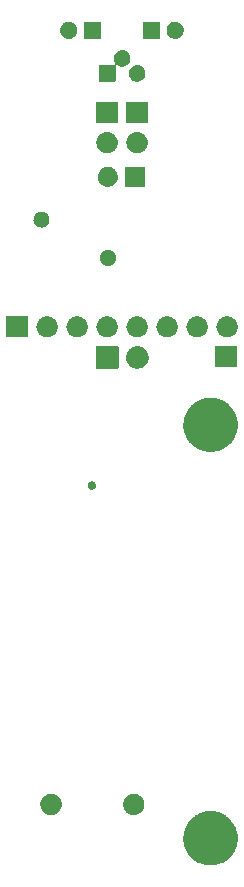
<source format=gbr>
G04 #@! TF.GenerationSoftware,KiCad,Pcbnew,5.99.0-unknown-c3175b4~86~ubuntu16.04.1*
G04 #@! TF.CreationDate,2019-12-09T10:27:28-08:00*
G04 #@! TF.ProjectId,wogglebug,776f6767-6c65-4627-9567-2e6b69636164,rev?*
G04 #@! TF.SameCoordinates,Original*
G04 #@! TF.FileFunction,Soldermask,Top*
G04 #@! TF.FilePolarity,Negative*
%FSLAX46Y46*%
G04 Gerber Fmt 4.6, Leading zero omitted, Abs format (unit mm)*
G04 Created by KiCad (PCBNEW 5.99.0-unknown-c3175b4~86~ubuntu16.04.1) date 2019-12-09 10:27:28*
%MOMM*%
%LPD*%
G04 APERTURE LIST*
%ADD10C,0.100000*%
G04 APERTURE END LIST*
D10*
G36*
X157551711Y-167199045D02*
G01*
X157652823Y-167199133D01*
X157700034Y-167205390D01*
X157745022Y-167207315D01*
X157847772Y-167224971D01*
X157951839Y-167238764D01*
X157993979Y-167250095D01*
X158034350Y-167257032D01*
X158138002Y-167288820D01*
X158243124Y-167317086D01*
X158279727Y-167332285D01*
X158315024Y-167343110D01*
X158417660Y-167389560D01*
X158521694Y-167432759D01*
X158552533Y-167450599D01*
X158582476Y-167464151D01*
X158681998Y-167525497D01*
X158782783Y-167583802D01*
X158807856Y-167603076D01*
X158832387Y-167618197D01*
X158926685Y-167694422D01*
X159021922Y-167767632D01*
X159041433Y-167787177D01*
X159060702Y-167802753D01*
X159147649Y-167893579D01*
X159235021Y-167981104D01*
X159249372Y-167999840D01*
X159263709Y-168014817D01*
X159341159Y-168119676D01*
X159418434Y-168220564D01*
X159428215Y-168237539D01*
X159438127Y-168250959D01*
X159504011Y-168369087D01*
X159569021Y-168481915D01*
X159574973Y-168496319D01*
X159581130Y-168507359D01*
X159633536Y-168638052D01*
X159684207Y-168760687D01*
X159687192Y-168771864D01*
X159690388Y-168779836D01*
X159727525Y-168922916D01*
X159762021Y-169052108D01*
X159763000Y-169059595D01*
X159764141Y-169063991D01*
X159784429Y-169223467D01*
X159801131Y-169351193D01*
X159800867Y-169652823D01*
X159793626Y-169707455D01*
X159792897Y-169742262D01*
X159775284Y-169845847D01*
X159761236Y-169951839D01*
X159750425Y-169992044D01*
X159743898Y-170030433D01*
X159711677Y-170136153D01*
X159682914Y-170243124D01*
X159668480Y-170277884D01*
X159658308Y-170311260D01*
X159611164Y-170415916D01*
X159567241Y-170521694D01*
X159550406Y-170550795D01*
X159537736Y-170578921D01*
X159475427Y-170680401D01*
X159416198Y-170782783D01*
X159398145Y-170806268D01*
X159384124Y-170829103D01*
X159306678Y-170925255D01*
X159232368Y-171021922D01*
X159214241Y-171040017D01*
X159199971Y-171057734D01*
X159107659Y-171146413D01*
X159018896Y-171235021D01*
X159001751Y-171248153D01*
X158988255Y-171261118D01*
X158881597Y-171340184D01*
X158779436Y-171418434D01*
X158764193Y-171427217D01*
X158752419Y-171435945D01*
X158632107Y-171503323D01*
X158518085Y-171569021D01*
X158505537Y-171574206D01*
X158496278Y-171579391D01*
X158362698Y-171633226D01*
X158239313Y-171684207D01*
X158230079Y-171686673D01*
X158223984Y-171689129D01*
X158076069Y-171727796D01*
X157947892Y-171762021D01*
X157942394Y-171762740D01*
X157939957Y-171763377D01*
X157760636Y-171786508D01*
X157648807Y-171801131D01*
X157536053Y-171801032D01*
X157355224Y-171801190D01*
X157352723Y-171800872D01*
X157347177Y-171800867D01*
X157215561Y-171783423D01*
X157063991Y-171764141D01*
X157057638Y-171762492D01*
X157048161Y-171761236D01*
X156919180Y-171726555D01*
X156779836Y-171690388D01*
X156769992Y-171686441D01*
X156756876Y-171682914D01*
X156635363Y-171632457D01*
X156507359Y-171581130D01*
X156494551Y-171573987D01*
X156478306Y-171567241D01*
X156366895Y-171502788D01*
X156250959Y-171438127D01*
X156235913Y-171427014D01*
X156217217Y-171416198D01*
X156117774Y-171339755D01*
X156014817Y-171263709D01*
X155998382Y-171247976D01*
X155978078Y-171232368D01*
X155891956Y-171146095D01*
X155802753Y-171060702D01*
X155785902Y-171039856D01*
X155764979Y-171018896D01*
X155693063Y-170925004D01*
X155618197Y-170832387D01*
X155602012Y-170806130D01*
X155581566Y-170779436D01*
X155524375Y-170680178D01*
X155464151Y-170582476D01*
X155449766Y-170550690D01*
X155430979Y-170518085D01*
X155388690Y-170415737D01*
X155343110Y-170315024D01*
X155331690Y-170277786D01*
X155315793Y-170239313D01*
X155288210Y-170136011D01*
X155257032Y-170034350D01*
X155249752Y-169991981D01*
X155237979Y-169947892D01*
X155224618Y-169845717D01*
X155207315Y-169745022D01*
X155205304Y-169698017D01*
X155198869Y-169648807D01*
X155198956Y-169549638D01*
X155194766Y-169451707D01*
X155199086Y-169400791D01*
X155199133Y-169347177D01*
X155211645Y-169252774D01*
X155219585Y-169159194D01*
X155231195Y-169105269D01*
X155238764Y-169048161D01*
X155262481Y-168959957D01*
X155281376Y-168872194D01*
X155301088Y-168816374D01*
X155317086Y-168756876D01*
X155350600Y-168676166D01*
X155379132Y-168595369D01*
X155407614Y-168538862D01*
X155432759Y-168478306D01*
X155474532Y-168406099D01*
X155511265Y-168333221D01*
X155548971Y-168277425D01*
X155583802Y-168217217D01*
X155632244Y-168154200D01*
X155675647Y-168089974D01*
X155722822Y-168036370D01*
X155767632Y-167978078D01*
X155821067Y-167924737D01*
X155869595Y-167869595D01*
X155926269Y-167819718D01*
X155981104Y-167764979D01*
X156037892Y-167721482D01*
X156089974Y-167675647D01*
X156155896Y-167631098D01*
X156220564Y-167581566D01*
X156279107Y-167547834D01*
X156333221Y-167511265D01*
X156407923Y-167473612D01*
X156481915Y-167430979D01*
X156540675Y-167406700D01*
X156595369Y-167379132D01*
X156678104Y-167349916D01*
X156760687Y-167315793D01*
X156818280Y-167300415D01*
X156872194Y-167281376D01*
X156961970Y-167262047D01*
X157052108Y-167237979D01*
X157107252Y-167230768D01*
X157159194Y-167219585D01*
X157254818Y-167211472D01*
X157351193Y-167198869D01*
X157402817Y-167198914D01*
X157451707Y-167194766D01*
X157551711Y-167199045D01*
X157551711Y-167199045D01*
G37*
G36*
X144049902Y-165744283D02*
G01*
X144094637Y-165744595D01*
X144138460Y-165753590D01*
X144188360Y-165758835D01*
X144230132Y-165772408D01*
X144267723Y-165780124D01*
X144314851Y-165799935D01*
X144368488Y-165817363D01*
X144401099Y-165836191D01*
X144430614Y-165848598D01*
X144478301Y-165880763D01*
X144532511Y-165912061D01*
X144555826Y-165933054D01*
X144577101Y-165947404D01*
X144622183Y-165992802D01*
X144673261Y-166038793D01*
X144688003Y-166059083D01*
X144701608Y-166072784D01*
X144740643Y-166131537D01*
X144784586Y-166192019D01*
X144792221Y-166209168D01*
X144799388Y-166219955D01*
X144828865Y-166291472D01*
X144861621Y-166365042D01*
X144864211Y-166377225D01*
X144866724Y-166383323D01*
X144883292Y-166466997D01*
X144900999Y-166550301D01*
X144900999Y-166739699D01*
X144898115Y-166753269D01*
X144898030Y-166759331D01*
X144879342Y-166841585D01*
X144861621Y-166924958D01*
X144859129Y-166930555D01*
X144859078Y-166930780D01*
X144787210Y-167092197D01*
X144787078Y-167092385D01*
X144784586Y-167097981D01*
X144734480Y-167166946D01*
X144685357Y-167236582D01*
X144680585Y-167241126D01*
X144673261Y-167251207D01*
X144613396Y-167305110D01*
X144557396Y-167358438D01*
X144546464Y-167365376D01*
X144532511Y-167377939D01*
X144467764Y-167415321D01*
X144408211Y-167453114D01*
X144390209Y-167460097D01*
X144368488Y-167472637D01*
X144303115Y-167493878D01*
X144243468Y-167517014D01*
X144218200Y-167521469D01*
X144188360Y-167531165D01*
X144126095Y-167537709D01*
X144069460Y-167547695D01*
X144037459Y-167547025D01*
X144000000Y-167550962D01*
X143943902Y-167545066D01*
X143892799Y-167543996D01*
X143855323Y-167535756D01*
X143811640Y-167531165D01*
X143763917Y-167515659D01*
X143720225Y-167506052D01*
X143679230Y-167488142D01*
X143631512Y-167472637D01*
X143593473Y-167450675D01*
X143558310Y-167435313D01*
X143516337Y-167406141D01*
X143467489Y-167377939D01*
X143439504Y-167352741D01*
X143413215Y-167334470D01*
X143373257Y-167293092D01*
X143326739Y-167251207D01*
X143308296Y-167225823D01*
X143290473Y-167207366D01*
X143255821Y-167153597D01*
X143215414Y-167097981D01*
X143205212Y-167075066D01*
X143194754Y-167058839D01*
X143168789Y-166993261D01*
X143138379Y-166924958D01*
X143134476Y-166906596D01*
X143129707Y-166894551D01*
X143115740Y-166818448D01*
X143099001Y-166739699D01*
X143099001Y-166727246D01*
X143097811Y-166720762D01*
X143099001Y-166635535D01*
X143099001Y-166550301D01*
X143100275Y-166544308D01*
X143100278Y-166544077D01*
X143137015Y-166371246D01*
X143137105Y-166371036D01*
X143138379Y-166365042D01*
X143173042Y-166287188D01*
X143206622Y-166208839D01*
X143210348Y-166203397D01*
X143215414Y-166192019D01*
X143262746Y-166126872D01*
X143306452Y-166063041D01*
X143315706Y-166053979D01*
X143326739Y-166038793D01*
X143382297Y-165988769D01*
X143432693Y-165939417D01*
X143448848Y-165928846D01*
X143467489Y-165912061D01*
X143527026Y-165877687D01*
X143580551Y-165842662D01*
X143604340Y-165833050D01*
X143631512Y-165817363D01*
X143691045Y-165798019D01*
X143744376Y-165776472D01*
X143775820Y-165770474D01*
X143811640Y-165758835D01*
X143867744Y-165752938D01*
X143917945Y-165743362D01*
X143956312Y-165743630D01*
X144000000Y-165739038D01*
X144049902Y-165744283D01*
X144049902Y-165744283D01*
G37*
G36*
X151049902Y-165744283D02*
G01*
X151094637Y-165744595D01*
X151138460Y-165753590D01*
X151188360Y-165758835D01*
X151230132Y-165772408D01*
X151267723Y-165780124D01*
X151314851Y-165799935D01*
X151368488Y-165817363D01*
X151401099Y-165836191D01*
X151430614Y-165848598D01*
X151478301Y-165880763D01*
X151532511Y-165912061D01*
X151555826Y-165933054D01*
X151577101Y-165947404D01*
X151622183Y-165992802D01*
X151673261Y-166038793D01*
X151688003Y-166059083D01*
X151701608Y-166072784D01*
X151740643Y-166131537D01*
X151784586Y-166192019D01*
X151792221Y-166209168D01*
X151799388Y-166219955D01*
X151828865Y-166291472D01*
X151861621Y-166365042D01*
X151864211Y-166377225D01*
X151866724Y-166383323D01*
X151883292Y-166466997D01*
X151900999Y-166550301D01*
X151900999Y-166739699D01*
X151898115Y-166753269D01*
X151898030Y-166759331D01*
X151879342Y-166841585D01*
X151861621Y-166924958D01*
X151859129Y-166930555D01*
X151859078Y-166930780D01*
X151787210Y-167092197D01*
X151787078Y-167092385D01*
X151784586Y-167097981D01*
X151734480Y-167166946D01*
X151685357Y-167236582D01*
X151680585Y-167241126D01*
X151673261Y-167251207D01*
X151613396Y-167305110D01*
X151557396Y-167358438D01*
X151546464Y-167365376D01*
X151532511Y-167377939D01*
X151467764Y-167415321D01*
X151408211Y-167453114D01*
X151390209Y-167460097D01*
X151368488Y-167472637D01*
X151303115Y-167493878D01*
X151243468Y-167517014D01*
X151218200Y-167521469D01*
X151188360Y-167531165D01*
X151126095Y-167537709D01*
X151069460Y-167547695D01*
X151037459Y-167547025D01*
X151000000Y-167550962D01*
X150943902Y-167545066D01*
X150892799Y-167543996D01*
X150855323Y-167535756D01*
X150811640Y-167531165D01*
X150763917Y-167515659D01*
X150720225Y-167506052D01*
X150679230Y-167488142D01*
X150631512Y-167472637D01*
X150593473Y-167450675D01*
X150558310Y-167435313D01*
X150516337Y-167406141D01*
X150467489Y-167377939D01*
X150439504Y-167352741D01*
X150413215Y-167334470D01*
X150373257Y-167293092D01*
X150326739Y-167251207D01*
X150308296Y-167225823D01*
X150290473Y-167207366D01*
X150255821Y-167153597D01*
X150215414Y-167097981D01*
X150205212Y-167075066D01*
X150194754Y-167058839D01*
X150168789Y-166993261D01*
X150138379Y-166924958D01*
X150134476Y-166906596D01*
X150129707Y-166894551D01*
X150115740Y-166818448D01*
X150099001Y-166739699D01*
X150099001Y-166727246D01*
X150097811Y-166720762D01*
X150099001Y-166635535D01*
X150099001Y-166550301D01*
X150100275Y-166544308D01*
X150100278Y-166544077D01*
X150137015Y-166371246D01*
X150137105Y-166371036D01*
X150138379Y-166365042D01*
X150173042Y-166287188D01*
X150206622Y-166208839D01*
X150210348Y-166203397D01*
X150215414Y-166192019D01*
X150262746Y-166126872D01*
X150306452Y-166063041D01*
X150315706Y-166053979D01*
X150326739Y-166038793D01*
X150382297Y-165988769D01*
X150432693Y-165939417D01*
X150448848Y-165928846D01*
X150467489Y-165912061D01*
X150527026Y-165877687D01*
X150580551Y-165842662D01*
X150604340Y-165833050D01*
X150631512Y-165817363D01*
X150691045Y-165798019D01*
X150744376Y-165776472D01*
X150775820Y-165770474D01*
X150811640Y-165758835D01*
X150867744Y-165752938D01*
X150917945Y-165743362D01*
X150956312Y-165743630D01*
X151000000Y-165739038D01*
X151049902Y-165744283D01*
X151049902Y-165744283D01*
G37*
G36*
X147462695Y-139296927D02*
G01*
X147481015Y-139295501D01*
X147519958Y-139305536D01*
X147551903Y-139310339D01*
X147568595Y-139318069D01*
X147594171Y-139324660D01*
X147621114Y-139342392D01*
X147643141Y-139352593D01*
X147663050Y-139369991D01*
X147691781Y-139388900D01*
X147706625Y-139408071D01*
X147718846Y-139418751D01*
X147737393Y-139447807D01*
X147763321Y-139481294D01*
X147768558Y-139496633D01*
X147772946Y-139503508D01*
X147784863Y-139544394D01*
X147801075Y-139591880D01*
X147800007Y-139714238D01*
X147782481Y-139762785D01*
X147769001Y-139804896D01*
X147765302Y-139810369D01*
X147760328Y-139824148D01*
X147732880Y-139858348D01*
X147712703Y-139888206D01*
X147701397Y-139897576D01*
X147687188Y-139915280D01*
X147656838Y-139934504D01*
X147635289Y-139952362D01*
X147614420Y-139961371D01*
X147588471Y-139977807D01*
X147561288Y-139984308D01*
X147542976Y-139992213D01*
X147512444Y-139995989D01*
X147474823Y-140004986D01*
X147454992Y-140003094D01*
X147443194Y-140004553D01*
X147404880Y-139998313D01*
X147358499Y-139993888D01*
X147347699Y-139989000D01*
X147343952Y-139988390D01*
X147301324Y-139968012D01*
X147252041Y-139945708D01*
X147212990Y-139908973D01*
X147178346Y-139877943D01*
X147176015Y-139874191D01*
X147166928Y-139865643D01*
X147145449Y-139824989D01*
X147125289Y-139792539D01*
X147121935Y-139780485D01*
X147112340Y-139762325D01*
X147106418Y-139724722D01*
X147098334Y-139695671D01*
X147098603Y-139675103D01*
X147094161Y-139646895D01*
X147099361Y-139617250D01*
X147099651Y-139595138D01*
X147108037Y-139567795D01*
X147114351Y-139531799D01*
X147125010Y-139512451D01*
X147129132Y-139499010D01*
X147149280Y-139468395D01*
X147170735Y-139429450D01*
X147181117Y-139420020D01*
X147184404Y-139415025D01*
X147218580Y-139385991D01*
X147257232Y-139350882D01*
X147307950Y-139328987D01*
X147352852Y-139308948D01*
X147355066Y-139308647D01*
X147364514Y-139304568D01*
X147412446Y-139300838D01*
X147452474Y-139295390D01*
X147462695Y-139296927D01*
X147462695Y-139296927D01*
G37*
G36*
X157551711Y-132199045D02*
G01*
X157652823Y-132199133D01*
X157700034Y-132205390D01*
X157745022Y-132207315D01*
X157847772Y-132224971D01*
X157951839Y-132238764D01*
X157993979Y-132250095D01*
X158034350Y-132257032D01*
X158138002Y-132288820D01*
X158243124Y-132317086D01*
X158279727Y-132332285D01*
X158315024Y-132343110D01*
X158417660Y-132389560D01*
X158521694Y-132432759D01*
X158552533Y-132450599D01*
X158582476Y-132464151D01*
X158681998Y-132525497D01*
X158782783Y-132583802D01*
X158807856Y-132603076D01*
X158832387Y-132618197D01*
X158926685Y-132694422D01*
X159021922Y-132767632D01*
X159041433Y-132787177D01*
X159060702Y-132802753D01*
X159147649Y-132893579D01*
X159235021Y-132981104D01*
X159249372Y-132999840D01*
X159263709Y-133014817D01*
X159341159Y-133119676D01*
X159418434Y-133220564D01*
X159428215Y-133237539D01*
X159438127Y-133250959D01*
X159504011Y-133369087D01*
X159569021Y-133481915D01*
X159574973Y-133496319D01*
X159581130Y-133507359D01*
X159633536Y-133638052D01*
X159684207Y-133760687D01*
X159687192Y-133771864D01*
X159690388Y-133779836D01*
X159727525Y-133922916D01*
X159762021Y-134052108D01*
X159763000Y-134059595D01*
X159764141Y-134063991D01*
X159784429Y-134223467D01*
X159801131Y-134351193D01*
X159800867Y-134652823D01*
X159793626Y-134707455D01*
X159792897Y-134742262D01*
X159775284Y-134845847D01*
X159761236Y-134951839D01*
X159750425Y-134992044D01*
X159743898Y-135030433D01*
X159711677Y-135136153D01*
X159682914Y-135243124D01*
X159668480Y-135277884D01*
X159658308Y-135311260D01*
X159611164Y-135415916D01*
X159567241Y-135521694D01*
X159550406Y-135550795D01*
X159537736Y-135578921D01*
X159475427Y-135680401D01*
X159416198Y-135782783D01*
X159398145Y-135806268D01*
X159384124Y-135829103D01*
X159306678Y-135925255D01*
X159232368Y-136021922D01*
X159214241Y-136040017D01*
X159199971Y-136057734D01*
X159107659Y-136146413D01*
X159018896Y-136235021D01*
X159001751Y-136248153D01*
X158988255Y-136261118D01*
X158881597Y-136340184D01*
X158779436Y-136418434D01*
X158764193Y-136427217D01*
X158752419Y-136435945D01*
X158632107Y-136503323D01*
X158518085Y-136569021D01*
X158505537Y-136574206D01*
X158496278Y-136579391D01*
X158362698Y-136633226D01*
X158239313Y-136684207D01*
X158230079Y-136686673D01*
X158223984Y-136689129D01*
X158076069Y-136727796D01*
X157947892Y-136762021D01*
X157942394Y-136762740D01*
X157939957Y-136763377D01*
X157760636Y-136786508D01*
X157648807Y-136801131D01*
X157536053Y-136801032D01*
X157355224Y-136801190D01*
X157352723Y-136800872D01*
X157347177Y-136800867D01*
X157215561Y-136783423D01*
X157063991Y-136764141D01*
X157057638Y-136762492D01*
X157048161Y-136761236D01*
X156919180Y-136726555D01*
X156779836Y-136690388D01*
X156769992Y-136686441D01*
X156756876Y-136682914D01*
X156635363Y-136632457D01*
X156507359Y-136581130D01*
X156494551Y-136573987D01*
X156478306Y-136567241D01*
X156366895Y-136502788D01*
X156250959Y-136438127D01*
X156235913Y-136427014D01*
X156217217Y-136416198D01*
X156117774Y-136339755D01*
X156014817Y-136263709D01*
X155998382Y-136247976D01*
X155978078Y-136232368D01*
X155891956Y-136146095D01*
X155802753Y-136060702D01*
X155785902Y-136039856D01*
X155764979Y-136018896D01*
X155693063Y-135925004D01*
X155618197Y-135832387D01*
X155602012Y-135806130D01*
X155581566Y-135779436D01*
X155524375Y-135680178D01*
X155464151Y-135582476D01*
X155449766Y-135550690D01*
X155430979Y-135518085D01*
X155388690Y-135415737D01*
X155343110Y-135315024D01*
X155331690Y-135277786D01*
X155315793Y-135239313D01*
X155288210Y-135136011D01*
X155257032Y-135034350D01*
X155249752Y-134991981D01*
X155237979Y-134947892D01*
X155224618Y-134845717D01*
X155207315Y-134745022D01*
X155205304Y-134698017D01*
X155198869Y-134648807D01*
X155198956Y-134549638D01*
X155194766Y-134451707D01*
X155199086Y-134400791D01*
X155199133Y-134347177D01*
X155211645Y-134252774D01*
X155219585Y-134159194D01*
X155231195Y-134105269D01*
X155238764Y-134048161D01*
X155262481Y-133959957D01*
X155281376Y-133872194D01*
X155301088Y-133816374D01*
X155317086Y-133756876D01*
X155350600Y-133676166D01*
X155379132Y-133595369D01*
X155407614Y-133538862D01*
X155432759Y-133478306D01*
X155474532Y-133406099D01*
X155511265Y-133333221D01*
X155548971Y-133277425D01*
X155583802Y-133217217D01*
X155632244Y-133154200D01*
X155675647Y-133089974D01*
X155722822Y-133036370D01*
X155767632Y-132978078D01*
X155821067Y-132924737D01*
X155869595Y-132869595D01*
X155926269Y-132819718D01*
X155981104Y-132764979D01*
X156037892Y-132721482D01*
X156089974Y-132675647D01*
X156155896Y-132631098D01*
X156220564Y-132581566D01*
X156279107Y-132547834D01*
X156333221Y-132511265D01*
X156407923Y-132473612D01*
X156481915Y-132430979D01*
X156540675Y-132406700D01*
X156595369Y-132379132D01*
X156678104Y-132349916D01*
X156760687Y-132315793D01*
X156818280Y-132300415D01*
X156872194Y-132281376D01*
X156961970Y-132262047D01*
X157052108Y-132237979D01*
X157107252Y-132230768D01*
X157159194Y-132219585D01*
X157254818Y-132211472D01*
X157351193Y-132198869D01*
X157402817Y-132198914D01*
X157451707Y-132194766D01*
X157551711Y-132199045D01*
X157551711Y-132199045D01*
G37*
G36*
X151396675Y-127852627D02*
G01*
X151437905Y-127854680D01*
X151486080Y-127866468D01*
X151540954Y-127874963D01*
X151579728Y-127889383D01*
X151614176Y-127897812D01*
X151664544Y-127920925D01*
X151722037Y-127942307D01*
X151752173Y-127961138D01*
X151779107Y-127973498D01*
X151828922Y-128009097D01*
X151885880Y-128044688D01*
X151907387Y-128065168D01*
X151926749Y-128079005D01*
X151972931Y-128127585D01*
X152025790Y-128177922D01*
X152039404Y-128197511D01*
X152051782Y-128210531D01*
X152091083Y-128271866D01*
X152136052Y-128336569D01*
X152143145Y-128353119D01*
X152149683Y-128363322D01*
X152178818Y-128436349D01*
X152212162Y-128514146D01*
X152214606Y-128526051D01*
X152216928Y-128531872D01*
X152232813Y-128614748D01*
X152251010Y-128703400D01*
X152250988Y-128709580D01*
X152251056Y-128709932D01*
X152250404Y-128896704D01*
X152250335Y-128897053D01*
X152250313Y-128903237D01*
X152231491Y-128991785D01*
X152215034Y-129074522D01*
X152212671Y-129080327D01*
X152210144Y-129092215D01*
X152176246Y-129169806D01*
X152146613Y-129242599D01*
X152140009Y-129252748D01*
X152132797Y-129269257D01*
X152087357Y-129333672D01*
X152047645Y-129394707D01*
X152035180Y-129407637D01*
X152021430Y-129427129D01*
X151968221Y-129477096D01*
X151921704Y-129525349D01*
X151902248Y-129539048D01*
X151880593Y-129559384D01*
X151823380Y-129594582D01*
X151773323Y-129629828D01*
X151746302Y-129642000D01*
X151716039Y-129660618D01*
X151658399Y-129681597D01*
X151607868Y-129704360D01*
X151573362Y-129712549D01*
X151534490Y-129726697D01*
X151479568Y-129734807D01*
X151431307Y-129746260D01*
X151390057Y-129748025D01*
X151343363Y-129754920D01*
X151293741Y-129752146D01*
X151250000Y-129754017D01*
X151203403Y-129747095D01*
X151150464Y-129744135D01*
X151108057Y-129732931D01*
X151070504Y-129727352D01*
X151020566Y-129709815D01*
X150963673Y-129694783D01*
X150929600Y-129677869D01*
X150899288Y-129667224D01*
X150848557Y-129637639D01*
X150790621Y-129608879D01*
X150765245Y-129589053D01*
X150742528Y-129575805D01*
X150693930Y-129533335D01*
X150638378Y-129489933D01*
X150621292Y-129469857D01*
X150605884Y-129456392D01*
X150562628Y-129400928D01*
X150513161Y-129342804D01*
X150503277Y-129324825D01*
X150494285Y-129313295D01*
X150459661Y-129245488D01*
X150420086Y-129173501D01*
X150415749Y-129159492D01*
X150411760Y-129151679D01*
X150388983Y-129073022D01*
X150362955Y-128988941D01*
X150362095Y-128980173D01*
X150361285Y-128977375D01*
X150353295Y-128890423D01*
X150344102Y-128796663D01*
X150353949Y-128702976D01*
X150362546Y-128616079D01*
X150363376Y-128613287D01*
X150364297Y-128604521D01*
X150390920Y-128520594D01*
X150414237Y-128442129D01*
X150418280Y-128434346D01*
X150422715Y-128420365D01*
X150462811Y-128348621D01*
X150497891Y-128281090D01*
X150506956Y-128269632D01*
X150516969Y-128251716D01*
X150566849Y-128193930D01*
X150610484Y-128138776D01*
X150625984Y-128125420D01*
X150643210Y-128105464D01*
X150699069Y-128062447D01*
X150747959Y-128020321D01*
X150770768Y-128007232D01*
X150796281Y-127987584D01*
X150854401Y-127959237D01*
X150905350Y-127929999D01*
X150935746Y-127919562D01*
X150969928Y-127902891D01*
X151026921Y-127888258D01*
X151076983Y-127871069D01*
X151114572Y-127865753D01*
X151157059Y-127854844D01*
X151210020Y-127852254D01*
X151256663Y-127845657D01*
X151300388Y-127847834D01*
X151350028Y-127845406D01*
X151396675Y-127852627D01*
X151396675Y-127852627D01*
G37*
G36*
X149679899Y-127851959D02*
G01*
X149696769Y-127863231D01*
X149708041Y-127880101D01*
X149714448Y-127912312D01*
X149714448Y-129687688D01*
X149711999Y-129700000D01*
X149708041Y-129719899D01*
X149696769Y-129736769D01*
X149679899Y-129748041D01*
X149660000Y-129751999D01*
X149647688Y-129754448D01*
X147872312Y-129754448D01*
X147840101Y-129748041D01*
X147823231Y-129736769D01*
X147811959Y-129719899D01*
X147805552Y-129687688D01*
X147805552Y-127912312D01*
X147811959Y-127880101D01*
X147823231Y-127863231D01*
X147840101Y-127851959D01*
X147872312Y-127845552D01*
X149647688Y-127845552D01*
X149679899Y-127851959D01*
X149679899Y-127851959D01*
G37*
G36*
X159669899Y-127801959D02*
G01*
X159686769Y-127813231D01*
X159698041Y-127830101D01*
X159704448Y-127862312D01*
X159704448Y-129537688D01*
X159698041Y-129569899D01*
X159686769Y-129586769D01*
X159669899Y-129598041D01*
X159650000Y-129601999D01*
X159637688Y-129604448D01*
X157962312Y-129604448D01*
X157930101Y-129598041D01*
X157913231Y-129586769D01*
X157901959Y-129569899D01*
X157895552Y-129537688D01*
X157895552Y-127862312D01*
X157901959Y-127830101D01*
X157913231Y-127813231D01*
X157930101Y-127801959D01*
X157962312Y-127795552D01*
X159637688Y-127795552D01*
X159669899Y-127801959D01*
X159669899Y-127801959D01*
G37*
G36*
X141989899Y-125301959D02*
G01*
X142006769Y-125313231D01*
X142018041Y-125330101D01*
X142024448Y-125362312D01*
X142024448Y-127037688D01*
X142021999Y-127050000D01*
X142018041Y-127069899D01*
X142006769Y-127086769D01*
X141989899Y-127098041D01*
X141970000Y-127101999D01*
X141957688Y-127104448D01*
X140282312Y-127104448D01*
X140250101Y-127098041D01*
X140233231Y-127086769D01*
X140221959Y-127069899D01*
X140215552Y-127037688D01*
X140215552Y-125362312D01*
X140221959Y-125330101D01*
X140233231Y-125313231D01*
X140250101Y-125301959D01*
X140282312Y-125295552D01*
X141957688Y-125295552D01*
X141989899Y-125301959D01*
X141989899Y-125301959D01*
G37*
G36*
X151468360Y-125313835D02*
G01*
X151549397Y-125340166D01*
X151636663Y-125367848D01*
X151639655Y-125369493D01*
X151648488Y-125372363D01*
X151720466Y-125413919D01*
X151791499Y-125452970D01*
X151798986Y-125459253D01*
X151812511Y-125467061D01*
X151870259Y-125519057D01*
X151926857Y-125566549D01*
X151936962Y-125579118D01*
X151953261Y-125593793D01*
X151995454Y-125651867D01*
X152037579Y-125704260D01*
X152047994Y-125724182D01*
X152064586Y-125747019D01*
X152091297Y-125807012D01*
X152119439Y-125860843D01*
X152127582Y-125888510D01*
X152141621Y-125920042D01*
X152153992Y-125978241D01*
X152169328Y-126030349D01*
X152172518Y-126065401D01*
X152180999Y-126105301D01*
X152180999Y-126158592D01*
X152185343Y-126206324D01*
X152180999Y-126247653D01*
X152180999Y-126294699D01*
X152171217Y-126340721D01*
X152166873Y-126382047D01*
X152152702Y-126427827D01*
X152141621Y-126479958D01*
X152125028Y-126517226D01*
X152114622Y-126550843D01*
X152088789Y-126598620D01*
X152064586Y-126652981D01*
X152044298Y-126680905D01*
X152030580Y-126706276D01*
X151991859Y-126753082D01*
X151953261Y-126806207D01*
X151932284Y-126825095D01*
X151917952Y-126842419D01*
X151865845Y-126884917D01*
X151812511Y-126932939D01*
X151793524Y-126943901D01*
X151781025Y-126954095D01*
X151715780Y-126988786D01*
X151648488Y-127027637D01*
X151633636Y-127032463D01*
X151625003Y-127037053D01*
X151547430Y-127060473D01*
X151468360Y-127086165D01*
X151459114Y-127087137D01*
X151455851Y-127088122D01*
X151364710Y-127097059D01*
X151327211Y-127101000D01*
X151232789Y-127101000D01*
X151091640Y-127086165D01*
X151010603Y-127059834D01*
X150923337Y-127032152D01*
X150920345Y-127030507D01*
X150911512Y-127027637D01*
X150839534Y-126986081D01*
X150768501Y-126947030D01*
X150761014Y-126940747D01*
X150747489Y-126932939D01*
X150689741Y-126880943D01*
X150633143Y-126833451D01*
X150623038Y-126820882D01*
X150606739Y-126806207D01*
X150564546Y-126748133D01*
X150522421Y-126695740D01*
X150512006Y-126675818D01*
X150495414Y-126652981D01*
X150468703Y-126592988D01*
X150440561Y-126539157D01*
X150432418Y-126511490D01*
X150418379Y-126479958D01*
X150406008Y-126421759D01*
X150390672Y-126369651D01*
X150387482Y-126334599D01*
X150379001Y-126294699D01*
X150379001Y-126241408D01*
X150374657Y-126193676D01*
X150379001Y-126152347D01*
X150379001Y-126105301D01*
X150388783Y-126059279D01*
X150393127Y-126017953D01*
X150407298Y-125972173D01*
X150418379Y-125920042D01*
X150434972Y-125882774D01*
X150445378Y-125849157D01*
X150471211Y-125801380D01*
X150495414Y-125747019D01*
X150515702Y-125719095D01*
X150529420Y-125693724D01*
X150568141Y-125646918D01*
X150606739Y-125593793D01*
X150627716Y-125574905D01*
X150642048Y-125557581D01*
X150694155Y-125515083D01*
X150747489Y-125467061D01*
X150766476Y-125456099D01*
X150778975Y-125445905D01*
X150844220Y-125411214D01*
X150911512Y-125372363D01*
X150926364Y-125367537D01*
X150934997Y-125362947D01*
X151012570Y-125339527D01*
X151091640Y-125313835D01*
X151100886Y-125312863D01*
X151104149Y-125311878D01*
X151195290Y-125302941D01*
X151232789Y-125299000D01*
X151327211Y-125299000D01*
X151468360Y-125313835D01*
X151468360Y-125313835D01*
G37*
G36*
X154008360Y-125313835D02*
G01*
X154089397Y-125340166D01*
X154176663Y-125367848D01*
X154179655Y-125369493D01*
X154188488Y-125372363D01*
X154260466Y-125413919D01*
X154331499Y-125452970D01*
X154338986Y-125459253D01*
X154352511Y-125467061D01*
X154410259Y-125519057D01*
X154466857Y-125566549D01*
X154476962Y-125579118D01*
X154493261Y-125593793D01*
X154535454Y-125651867D01*
X154577579Y-125704260D01*
X154587994Y-125724182D01*
X154604586Y-125747019D01*
X154631297Y-125807012D01*
X154659439Y-125860843D01*
X154667582Y-125888510D01*
X154681621Y-125920042D01*
X154693992Y-125978241D01*
X154709328Y-126030349D01*
X154712518Y-126065401D01*
X154720999Y-126105301D01*
X154720999Y-126158592D01*
X154725343Y-126206324D01*
X154720999Y-126247653D01*
X154720999Y-126294699D01*
X154711217Y-126340721D01*
X154706873Y-126382047D01*
X154692702Y-126427827D01*
X154681621Y-126479958D01*
X154665028Y-126517226D01*
X154654622Y-126550843D01*
X154628789Y-126598620D01*
X154604586Y-126652981D01*
X154584298Y-126680905D01*
X154570580Y-126706276D01*
X154531859Y-126753082D01*
X154493261Y-126806207D01*
X154472284Y-126825095D01*
X154457952Y-126842419D01*
X154405845Y-126884917D01*
X154352511Y-126932939D01*
X154333524Y-126943901D01*
X154321025Y-126954095D01*
X154255780Y-126988786D01*
X154188488Y-127027637D01*
X154173636Y-127032463D01*
X154165003Y-127037053D01*
X154087430Y-127060473D01*
X154008360Y-127086165D01*
X153999114Y-127087137D01*
X153995851Y-127088122D01*
X153904710Y-127097059D01*
X153867211Y-127101000D01*
X153772789Y-127101000D01*
X153631640Y-127086165D01*
X153550603Y-127059834D01*
X153463337Y-127032152D01*
X153460345Y-127030507D01*
X153451512Y-127027637D01*
X153379534Y-126986081D01*
X153308501Y-126947030D01*
X153301014Y-126940747D01*
X153287489Y-126932939D01*
X153229741Y-126880943D01*
X153173143Y-126833451D01*
X153163038Y-126820882D01*
X153146739Y-126806207D01*
X153104546Y-126748133D01*
X153062421Y-126695740D01*
X153052006Y-126675818D01*
X153035414Y-126652981D01*
X153008703Y-126592988D01*
X152980561Y-126539157D01*
X152972418Y-126511490D01*
X152958379Y-126479958D01*
X152946008Y-126421759D01*
X152930672Y-126369651D01*
X152927482Y-126334599D01*
X152919001Y-126294699D01*
X152919001Y-126241408D01*
X152914657Y-126193676D01*
X152919001Y-126152347D01*
X152919001Y-126105301D01*
X152928783Y-126059279D01*
X152933127Y-126017953D01*
X152947298Y-125972173D01*
X152958379Y-125920042D01*
X152974972Y-125882774D01*
X152985378Y-125849157D01*
X153011211Y-125801380D01*
X153035414Y-125747019D01*
X153055702Y-125719095D01*
X153069420Y-125693724D01*
X153108141Y-125646918D01*
X153146739Y-125593793D01*
X153167716Y-125574905D01*
X153182048Y-125557581D01*
X153234155Y-125515083D01*
X153287489Y-125467061D01*
X153306476Y-125456099D01*
X153318975Y-125445905D01*
X153384220Y-125411214D01*
X153451512Y-125372363D01*
X153466364Y-125367537D01*
X153474997Y-125362947D01*
X153552570Y-125339527D01*
X153631640Y-125313835D01*
X153640886Y-125312863D01*
X153644149Y-125311878D01*
X153735290Y-125302941D01*
X153772789Y-125299000D01*
X153867211Y-125299000D01*
X154008360Y-125313835D01*
X154008360Y-125313835D01*
G37*
G36*
X156548360Y-125313835D02*
G01*
X156629397Y-125340166D01*
X156716663Y-125367848D01*
X156719655Y-125369493D01*
X156728488Y-125372363D01*
X156800466Y-125413919D01*
X156871499Y-125452970D01*
X156878986Y-125459253D01*
X156892511Y-125467061D01*
X156950259Y-125519057D01*
X157006857Y-125566549D01*
X157016962Y-125579118D01*
X157033261Y-125593793D01*
X157075454Y-125651867D01*
X157117579Y-125704260D01*
X157127994Y-125724182D01*
X157144586Y-125747019D01*
X157171297Y-125807012D01*
X157199439Y-125860843D01*
X157207582Y-125888510D01*
X157221621Y-125920042D01*
X157233992Y-125978241D01*
X157249328Y-126030349D01*
X157252518Y-126065401D01*
X157260999Y-126105301D01*
X157260999Y-126158592D01*
X157265343Y-126206324D01*
X157260999Y-126247653D01*
X157260999Y-126294699D01*
X157251217Y-126340721D01*
X157246873Y-126382047D01*
X157232702Y-126427827D01*
X157221621Y-126479958D01*
X157205028Y-126517226D01*
X157194622Y-126550843D01*
X157168789Y-126598620D01*
X157144586Y-126652981D01*
X157124298Y-126680905D01*
X157110580Y-126706276D01*
X157071859Y-126753082D01*
X157033261Y-126806207D01*
X157012284Y-126825095D01*
X156997952Y-126842419D01*
X156945845Y-126884917D01*
X156892511Y-126932939D01*
X156873524Y-126943901D01*
X156861025Y-126954095D01*
X156795780Y-126988786D01*
X156728488Y-127027637D01*
X156713636Y-127032463D01*
X156705003Y-127037053D01*
X156627430Y-127060473D01*
X156548360Y-127086165D01*
X156539114Y-127087137D01*
X156535851Y-127088122D01*
X156444710Y-127097059D01*
X156407211Y-127101000D01*
X156312789Y-127101000D01*
X156171640Y-127086165D01*
X156090603Y-127059834D01*
X156003337Y-127032152D01*
X156000345Y-127030507D01*
X155991512Y-127027637D01*
X155919534Y-126986081D01*
X155848501Y-126947030D01*
X155841014Y-126940747D01*
X155827489Y-126932939D01*
X155769741Y-126880943D01*
X155713143Y-126833451D01*
X155703038Y-126820882D01*
X155686739Y-126806207D01*
X155644546Y-126748133D01*
X155602421Y-126695740D01*
X155592006Y-126675818D01*
X155575414Y-126652981D01*
X155548703Y-126592988D01*
X155520561Y-126539157D01*
X155512418Y-126511490D01*
X155498379Y-126479958D01*
X155486008Y-126421759D01*
X155470672Y-126369651D01*
X155467482Y-126334599D01*
X155459001Y-126294699D01*
X155459001Y-126241408D01*
X155454657Y-126193676D01*
X155459001Y-126152347D01*
X155459001Y-126105301D01*
X155468783Y-126059279D01*
X155473127Y-126017953D01*
X155487298Y-125972173D01*
X155498379Y-125920042D01*
X155514972Y-125882774D01*
X155525378Y-125849157D01*
X155551211Y-125801380D01*
X155575414Y-125747019D01*
X155595702Y-125719095D01*
X155609420Y-125693724D01*
X155648141Y-125646918D01*
X155686739Y-125593793D01*
X155707716Y-125574905D01*
X155722048Y-125557581D01*
X155774155Y-125515083D01*
X155827489Y-125467061D01*
X155846476Y-125456099D01*
X155858975Y-125445905D01*
X155924220Y-125411214D01*
X155991512Y-125372363D01*
X156006364Y-125367537D01*
X156014997Y-125362947D01*
X156092570Y-125339527D01*
X156171640Y-125313835D01*
X156180886Y-125312863D01*
X156184149Y-125311878D01*
X156275290Y-125302941D01*
X156312789Y-125299000D01*
X156407211Y-125299000D01*
X156548360Y-125313835D01*
X156548360Y-125313835D01*
G37*
G36*
X143848360Y-125313835D02*
G01*
X143929397Y-125340166D01*
X144016663Y-125367848D01*
X144019655Y-125369493D01*
X144028488Y-125372363D01*
X144100466Y-125413919D01*
X144171499Y-125452970D01*
X144178986Y-125459253D01*
X144192511Y-125467061D01*
X144250259Y-125519057D01*
X144306857Y-125566549D01*
X144316962Y-125579118D01*
X144333261Y-125593793D01*
X144375454Y-125651867D01*
X144417579Y-125704260D01*
X144427994Y-125724182D01*
X144444586Y-125747019D01*
X144471297Y-125807012D01*
X144499439Y-125860843D01*
X144507582Y-125888510D01*
X144521621Y-125920042D01*
X144533992Y-125978241D01*
X144549328Y-126030349D01*
X144552518Y-126065401D01*
X144560999Y-126105301D01*
X144560999Y-126158592D01*
X144565343Y-126206324D01*
X144560999Y-126247653D01*
X144560999Y-126294699D01*
X144551217Y-126340721D01*
X144546873Y-126382047D01*
X144532702Y-126427827D01*
X144521621Y-126479958D01*
X144505028Y-126517226D01*
X144494622Y-126550843D01*
X144468789Y-126598620D01*
X144444586Y-126652981D01*
X144424298Y-126680905D01*
X144410580Y-126706276D01*
X144371859Y-126753082D01*
X144333261Y-126806207D01*
X144312284Y-126825095D01*
X144297952Y-126842419D01*
X144245845Y-126884917D01*
X144192511Y-126932939D01*
X144173524Y-126943901D01*
X144161025Y-126954095D01*
X144095780Y-126988786D01*
X144028488Y-127027637D01*
X144013636Y-127032463D01*
X144005003Y-127037053D01*
X143927430Y-127060473D01*
X143848360Y-127086165D01*
X143839114Y-127087137D01*
X143835851Y-127088122D01*
X143744710Y-127097059D01*
X143707211Y-127101000D01*
X143612789Y-127101000D01*
X143471640Y-127086165D01*
X143390603Y-127059834D01*
X143303337Y-127032152D01*
X143300345Y-127030507D01*
X143291512Y-127027637D01*
X143219534Y-126986081D01*
X143148501Y-126947030D01*
X143141014Y-126940747D01*
X143127489Y-126932939D01*
X143069741Y-126880943D01*
X143013143Y-126833451D01*
X143003038Y-126820882D01*
X142986739Y-126806207D01*
X142944546Y-126748133D01*
X142902421Y-126695740D01*
X142892006Y-126675818D01*
X142875414Y-126652981D01*
X142848703Y-126592988D01*
X142820561Y-126539157D01*
X142812418Y-126511490D01*
X142798379Y-126479958D01*
X142786008Y-126421759D01*
X142770672Y-126369651D01*
X142767482Y-126334599D01*
X142759001Y-126294699D01*
X142759001Y-126241408D01*
X142754657Y-126193676D01*
X142759001Y-126152347D01*
X142759001Y-126105301D01*
X142768783Y-126059279D01*
X142773127Y-126017953D01*
X142787298Y-125972173D01*
X142798379Y-125920042D01*
X142814972Y-125882774D01*
X142825378Y-125849157D01*
X142851211Y-125801380D01*
X142875414Y-125747019D01*
X142895702Y-125719095D01*
X142909420Y-125693724D01*
X142948141Y-125646918D01*
X142986739Y-125593793D01*
X143007716Y-125574905D01*
X143022048Y-125557581D01*
X143074155Y-125515083D01*
X143127489Y-125467061D01*
X143146476Y-125456099D01*
X143158975Y-125445905D01*
X143224220Y-125411214D01*
X143291512Y-125372363D01*
X143306364Y-125367537D01*
X143314997Y-125362947D01*
X143392570Y-125339527D01*
X143471640Y-125313835D01*
X143480886Y-125312863D01*
X143484149Y-125311878D01*
X143575290Y-125302941D01*
X143612789Y-125299000D01*
X143707211Y-125299000D01*
X143848360Y-125313835D01*
X143848360Y-125313835D01*
G37*
G36*
X146388360Y-125313835D02*
G01*
X146469397Y-125340166D01*
X146556663Y-125367848D01*
X146559655Y-125369493D01*
X146568488Y-125372363D01*
X146640466Y-125413919D01*
X146711499Y-125452970D01*
X146718986Y-125459253D01*
X146732511Y-125467061D01*
X146790259Y-125519057D01*
X146846857Y-125566549D01*
X146856962Y-125579118D01*
X146873261Y-125593793D01*
X146915454Y-125651867D01*
X146957579Y-125704260D01*
X146967994Y-125724182D01*
X146984586Y-125747019D01*
X147011297Y-125807012D01*
X147039439Y-125860843D01*
X147047582Y-125888510D01*
X147061621Y-125920042D01*
X147073992Y-125978241D01*
X147089328Y-126030349D01*
X147092518Y-126065401D01*
X147100999Y-126105301D01*
X147100999Y-126158592D01*
X147105343Y-126206324D01*
X147100999Y-126247653D01*
X147100999Y-126294699D01*
X147091217Y-126340721D01*
X147086873Y-126382047D01*
X147072702Y-126427827D01*
X147061621Y-126479958D01*
X147045028Y-126517226D01*
X147034622Y-126550843D01*
X147008789Y-126598620D01*
X146984586Y-126652981D01*
X146964298Y-126680905D01*
X146950580Y-126706276D01*
X146911859Y-126753082D01*
X146873261Y-126806207D01*
X146852284Y-126825095D01*
X146837952Y-126842419D01*
X146785845Y-126884917D01*
X146732511Y-126932939D01*
X146713524Y-126943901D01*
X146701025Y-126954095D01*
X146635780Y-126988786D01*
X146568488Y-127027637D01*
X146553636Y-127032463D01*
X146545003Y-127037053D01*
X146467430Y-127060473D01*
X146388360Y-127086165D01*
X146379114Y-127087137D01*
X146375851Y-127088122D01*
X146284710Y-127097059D01*
X146247211Y-127101000D01*
X146152789Y-127101000D01*
X146011640Y-127086165D01*
X145930603Y-127059834D01*
X145843337Y-127032152D01*
X145840345Y-127030507D01*
X145831512Y-127027637D01*
X145759534Y-126986081D01*
X145688501Y-126947030D01*
X145681014Y-126940747D01*
X145667489Y-126932939D01*
X145609741Y-126880943D01*
X145553143Y-126833451D01*
X145543038Y-126820882D01*
X145526739Y-126806207D01*
X145484546Y-126748133D01*
X145442421Y-126695740D01*
X145432006Y-126675818D01*
X145415414Y-126652981D01*
X145388703Y-126592988D01*
X145360561Y-126539157D01*
X145352418Y-126511490D01*
X145338379Y-126479958D01*
X145326008Y-126421759D01*
X145310672Y-126369651D01*
X145307482Y-126334599D01*
X145299001Y-126294699D01*
X145299001Y-126241408D01*
X145294657Y-126193676D01*
X145299001Y-126152347D01*
X145299001Y-126105301D01*
X145308783Y-126059279D01*
X145313127Y-126017953D01*
X145327298Y-125972173D01*
X145338379Y-125920042D01*
X145354972Y-125882774D01*
X145365378Y-125849157D01*
X145391211Y-125801380D01*
X145415414Y-125747019D01*
X145435702Y-125719095D01*
X145449420Y-125693724D01*
X145488141Y-125646918D01*
X145526739Y-125593793D01*
X145547716Y-125574905D01*
X145562048Y-125557581D01*
X145614155Y-125515083D01*
X145667489Y-125467061D01*
X145686476Y-125456099D01*
X145698975Y-125445905D01*
X145764220Y-125411214D01*
X145831512Y-125372363D01*
X145846364Y-125367537D01*
X145854997Y-125362947D01*
X145932570Y-125339527D01*
X146011640Y-125313835D01*
X146020886Y-125312863D01*
X146024149Y-125311878D01*
X146115290Y-125302941D01*
X146152789Y-125299000D01*
X146247211Y-125299000D01*
X146388360Y-125313835D01*
X146388360Y-125313835D01*
G37*
G36*
X148928360Y-125313835D02*
G01*
X149009397Y-125340166D01*
X149096663Y-125367848D01*
X149099655Y-125369493D01*
X149108488Y-125372363D01*
X149180466Y-125413919D01*
X149251499Y-125452970D01*
X149258986Y-125459253D01*
X149272511Y-125467061D01*
X149330259Y-125519057D01*
X149386857Y-125566549D01*
X149396962Y-125579118D01*
X149413261Y-125593793D01*
X149455454Y-125651867D01*
X149497579Y-125704260D01*
X149507994Y-125724182D01*
X149524586Y-125747019D01*
X149551297Y-125807012D01*
X149579439Y-125860843D01*
X149587582Y-125888510D01*
X149601621Y-125920042D01*
X149613992Y-125978241D01*
X149629328Y-126030349D01*
X149632518Y-126065401D01*
X149640999Y-126105301D01*
X149640999Y-126158592D01*
X149645343Y-126206324D01*
X149640999Y-126247653D01*
X149640999Y-126294699D01*
X149631217Y-126340721D01*
X149626873Y-126382047D01*
X149612702Y-126427827D01*
X149601621Y-126479958D01*
X149585028Y-126517226D01*
X149574622Y-126550843D01*
X149548789Y-126598620D01*
X149524586Y-126652981D01*
X149504298Y-126680905D01*
X149490580Y-126706276D01*
X149451859Y-126753082D01*
X149413261Y-126806207D01*
X149392284Y-126825095D01*
X149377952Y-126842419D01*
X149325845Y-126884917D01*
X149272511Y-126932939D01*
X149253524Y-126943901D01*
X149241025Y-126954095D01*
X149175780Y-126988786D01*
X149108488Y-127027637D01*
X149093636Y-127032463D01*
X149085003Y-127037053D01*
X149007430Y-127060473D01*
X148928360Y-127086165D01*
X148919114Y-127087137D01*
X148915851Y-127088122D01*
X148824710Y-127097059D01*
X148787211Y-127101000D01*
X148692789Y-127101000D01*
X148551640Y-127086165D01*
X148470603Y-127059834D01*
X148383337Y-127032152D01*
X148380345Y-127030507D01*
X148371512Y-127027637D01*
X148299534Y-126986081D01*
X148228501Y-126947030D01*
X148221014Y-126940747D01*
X148207489Y-126932939D01*
X148149741Y-126880943D01*
X148093143Y-126833451D01*
X148083038Y-126820882D01*
X148066739Y-126806207D01*
X148024546Y-126748133D01*
X147982421Y-126695740D01*
X147972006Y-126675818D01*
X147955414Y-126652981D01*
X147928703Y-126592988D01*
X147900561Y-126539157D01*
X147892418Y-126511490D01*
X147878379Y-126479958D01*
X147866008Y-126421759D01*
X147850672Y-126369651D01*
X147847482Y-126334599D01*
X147839001Y-126294699D01*
X147839001Y-126241408D01*
X147834657Y-126193676D01*
X147839001Y-126152347D01*
X147839001Y-126105301D01*
X147848783Y-126059279D01*
X147853127Y-126017953D01*
X147867298Y-125972173D01*
X147878379Y-125920042D01*
X147894972Y-125882774D01*
X147905378Y-125849157D01*
X147931211Y-125801380D01*
X147955414Y-125747019D01*
X147975702Y-125719095D01*
X147989420Y-125693724D01*
X148028141Y-125646918D01*
X148066739Y-125593793D01*
X148087716Y-125574905D01*
X148102048Y-125557581D01*
X148154155Y-125515083D01*
X148207489Y-125467061D01*
X148226476Y-125456099D01*
X148238975Y-125445905D01*
X148304220Y-125411214D01*
X148371512Y-125372363D01*
X148386364Y-125367537D01*
X148394997Y-125362947D01*
X148472570Y-125339527D01*
X148551640Y-125313835D01*
X148560886Y-125312863D01*
X148564149Y-125311878D01*
X148655290Y-125302941D01*
X148692789Y-125299000D01*
X148787211Y-125299000D01*
X148928360Y-125313835D01*
X148928360Y-125313835D01*
G37*
G36*
X159088360Y-125313835D02*
G01*
X159169397Y-125340166D01*
X159256663Y-125367848D01*
X159259655Y-125369493D01*
X159268488Y-125372363D01*
X159340466Y-125413919D01*
X159411499Y-125452970D01*
X159418986Y-125459253D01*
X159432511Y-125467061D01*
X159490259Y-125519057D01*
X159546857Y-125566549D01*
X159556962Y-125579118D01*
X159573261Y-125593793D01*
X159615454Y-125651867D01*
X159657579Y-125704260D01*
X159667994Y-125724182D01*
X159684586Y-125747019D01*
X159711297Y-125807012D01*
X159739439Y-125860843D01*
X159747582Y-125888510D01*
X159761621Y-125920042D01*
X159773992Y-125978241D01*
X159789328Y-126030349D01*
X159792518Y-126065401D01*
X159800999Y-126105301D01*
X159800999Y-126158592D01*
X159805343Y-126206324D01*
X159800999Y-126247653D01*
X159800999Y-126294699D01*
X159791217Y-126340721D01*
X159786873Y-126382047D01*
X159772702Y-126427827D01*
X159761621Y-126479958D01*
X159745028Y-126517226D01*
X159734622Y-126550843D01*
X159708789Y-126598620D01*
X159684586Y-126652981D01*
X159664298Y-126680905D01*
X159650580Y-126706276D01*
X159611859Y-126753082D01*
X159573261Y-126806207D01*
X159552284Y-126825095D01*
X159537952Y-126842419D01*
X159485845Y-126884917D01*
X159432511Y-126932939D01*
X159413524Y-126943901D01*
X159401025Y-126954095D01*
X159335780Y-126988786D01*
X159268488Y-127027637D01*
X159253636Y-127032463D01*
X159245003Y-127037053D01*
X159167430Y-127060473D01*
X159088360Y-127086165D01*
X159079114Y-127087137D01*
X159075851Y-127088122D01*
X158984710Y-127097059D01*
X158947211Y-127101000D01*
X158852789Y-127101000D01*
X158711640Y-127086165D01*
X158630603Y-127059834D01*
X158543337Y-127032152D01*
X158540345Y-127030507D01*
X158531512Y-127027637D01*
X158459534Y-126986081D01*
X158388501Y-126947030D01*
X158381014Y-126940747D01*
X158367489Y-126932939D01*
X158309741Y-126880943D01*
X158253143Y-126833451D01*
X158243038Y-126820882D01*
X158226739Y-126806207D01*
X158184546Y-126748133D01*
X158142421Y-126695740D01*
X158132006Y-126675818D01*
X158115414Y-126652981D01*
X158088703Y-126592988D01*
X158060561Y-126539157D01*
X158052418Y-126511490D01*
X158038379Y-126479958D01*
X158026008Y-126421759D01*
X158010672Y-126369651D01*
X158007482Y-126334599D01*
X157999001Y-126294699D01*
X157999001Y-126241408D01*
X157994657Y-126193676D01*
X157999001Y-126152347D01*
X157999001Y-126105301D01*
X158008783Y-126059279D01*
X158013127Y-126017953D01*
X158027298Y-125972173D01*
X158038379Y-125920042D01*
X158054972Y-125882774D01*
X158065378Y-125849157D01*
X158091211Y-125801380D01*
X158115414Y-125747019D01*
X158135702Y-125719095D01*
X158149420Y-125693724D01*
X158188141Y-125646918D01*
X158226739Y-125593793D01*
X158247716Y-125574905D01*
X158262048Y-125557581D01*
X158314155Y-125515083D01*
X158367489Y-125467061D01*
X158386476Y-125456099D01*
X158398975Y-125445905D01*
X158464220Y-125411214D01*
X158531512Y-125372363D01*
X158546364Y-125367537D01*
X158554997Y-125362947D01*
X158632570Y-125339527D01*
X158711640Y-125313835D01*
X158720886Y-125312863D01*
X158724149Y-125311878D01*
X158815290Y-125302941D01*
X158852789Y-125299000D01*
X158947211Y-125299000D01*
X159088360Y-125313835D01*
X159088360Y-125313835D01*
G37*
G36*
X148859370Y-119699252D02*
G01*
X148895133Y-119699501D01*
X148934576Y-119708752D01*
X148980476Y-119714551D01*
X149013743Y-119727321D01*
X149042781Y-119734132D01*
X149084527Y-119754493D01*
X149133227Y-119773187D01*
X149157628Y-119790146D01*
X149179101Y-119800619D01*
X149219936Y-119833451D01*
X149267582Y-119866566D01*
X149283308Y-119884403D01*
X149297292Y-119895647D01*
X149333538Y-119941378D01*
X149375784Y-119989297D01*
X149384051Y-120005111D01*
X149391497Y-120014505D01*
X149419303Y-120072541D01*
X149451588Y-120134296D01*
X149454425Y-120145846D01*
X149457027Y-120151277D01*
X149472666Y-120220110D01*
X149490616Y-120293191D01*
X149488754Y-120470949D01*
X149468779Y-120545499D01*
X149450530Y-120616574D01*
X149448868Y-120619808D01*
X149446407Y-120628992D01*
X149411742Y-120692047D01*
X149381206Y-120751463D01*
X149375033Y-120758820D01*
X149367583Y-120772371D01*
X149322763Y-120821113D01*
X149283720Y-120867642D01*
X149271327Y-120877049D01*
X149256834Y-120892810D01*
X149206536Y-120926228D01*
X149162917Y-120959337D01*
X149143333Y-120968221D01*
X149120554Y-120983355D01*
X149069254Y-121001824D01*
X149024802Y-121021988D01*
X148997915Y-121027507D01*
X148966609Y-121038778D01*
X148918246Y-121043861D01*
X148876240Y-121052484D01*
X148842859Y-121051785D01*
X148803887Y-121055881D01*
X148761553Y-121050082D01*
X148724609Y-121049308D01*
X148686449Y-121039794D01*
X148641783Y-121033675D01*
X148607553Y-121020123D01*
X148577454Y-121012618D01*
X148537052Y-120992210D01*
X148489655Y-120973444D01*
X148464470Y-120955546D01*
X148442086Y-120944239D01*
X148402636Y-120911603D01*
X148356285Y-120878663D01*
X148339966Y-120859757D01*
X148325227Y-120847564D01*
X148290356Y-120802283D01*
X148249374Y-120754805D01*
X148240734Y-120737848D01*
X148232691Y-120727404D01*
X148206196Y-120670064D01*
X148175093Y-120609020D01*
X148172106Y-120596285D01*
X148169079Y-120589734D01*
X148154677Y-120521978D01*
X148137730Y-120449725D01*
X148137805Y-120442599D01*
X148137546Y-120441382D01*
X148138633Y-120363483D01*
X148139444Y-120286116D01*
X148158403Y-120212275D01*
X148175325Y-120142329D01*
X148177474Y-120138001D01*
X148180134Y-120127639D01*
X148213598Y-120065230D01*
X148242758Y-120006487D01*
X148249581Y-119998121D01*
X148257452Y-119983442D01*
X148300983Y-119935095D01*
X148338614Y-119888955D01*
X148351812Y-119878643D01*
X148366933Y-119861850D01*
X148415903Y-119828570D01*
X148458126Y-119795582D01*
X148478667Y-119785916D01*
X148502259Y-119769883D01*
X148552237Y-119751296D01*
X148595349Y-119731009D01*
X148623327Y-119724858D01*
X148655615Y-119712850D01*
X148702750Y-119707396D01*
X148743473Y-119698443D01*
X148778045Y-119698684D01*
X148818149Y-119694044D01*
X148859370Y-119699252D01*
X148859370Y-119699252D01*
G37*
G36*
X143230204Y-116449252D02*
G01*
X143265967Y-116449501D01*
X143305410Y-116458752D01*
X143351310Y-116464551D01*
X143384577Y-116477321D01*
X143413615Y-116484132D01*
X143455361Y-116504493D01*
X143504061Y-116523187D01*
X143528462Y-116540146D01*
X143549935Y-116550619D01*
X143590770Y-116583451D01*
X143638416Y-116616566D01*
X143654142Y-116634403D01*
X143668126Y-116645647D01*
X143704372Y-116691378D01*
X143746618Y-116739297D01*
X143754885Y-116755111D01*
X143762331Y-116764505D01*
X143790137Y-116822541D01*
X143822422Y-116884296D01*
X143825259Y-116895846D01*
X143827861Y-116901277D01*
X143843500Y-116970110D01*
X143861450Y-117043191D01*
X143859588Y-117220949D01*
X143839613Y-117295499D01*
X143821364Y-117366574D01*
X143819702Y-117369808D01*
X143817241Y-117378992D01*
X143782576Y-117442047D01*
X143752040Y-117501463D01*
X143745867Y-117508820D01*
X143738417Y-117522371D01*
X143693597Y-117571113D01*
X143654554Y-117617642D01*
X143642161Y-117627049D01*
X143627668Y-117642810D01*
X143577370Y-117676228D01*
X143533751Y-117709337D01*
X143514167Y-117718221D01*
X143491388Y-117733355D01*
X143440088Y-117751824D01*
X143395636Y-117771988D01*
X143368749Y-117777507D01*
X143337443Y-117788778D01*
X143289080Y-117793861D01*
X143247074Y-117802484D01*
X143213693Y-117801785D01*
X143174721Y-117805881D01*
X143132387Y-117800082D01*
X143095443Y-117799308D01*
X143057283Y-117789794D01*
X143012617Y-117783675D01*
X142978387Y-117770123D01*
X142948288Y-117762618D01*
X142907886Y-117742210D01*
X142860489Y-117723444D01*
X142835304Y-117705546D01*
X142812920Y-117694239D01*
X142773470Y-117661603D01*
X142727119Y-117628663D01*
X142710800Y-117609757D01*
X142696061Y-117597564D01*
X142661190Y-117552283D01*
X142620208Y-117504805D01*
X142611568Y-117487848D01*
X142603525Y-117477404D01*
X142577030Y-117420064D01*
X142545927Y-117359020D01*
X142542940Y-117346285D01*
X142539913Y-117339734D01*
X142525511Y-117271978D01*
X142508564Y-117199725D01*
X142508639Y-117192599D01*
X142508380Y-117191382D01*
X142509467Y-117113483D01*
X142510278Y-117036116D01*
X142529237Y-116962275D01*
X142546159Y-116892329D01*
X142548308Y-116888001D01*
X142550968Y-116877639D01*
X142584432Y-116815230D01*
X142613592Y-116756487D01*
X142620415Y-116748121D01*
X142628286Y-116733442D01*
X142671817Y-116685095D01*
X142709448Y-116638955D01*
X142722646Y-116628643D01*
X142737767Y-116611850D01*
X142786737Y-116578570D01*
X142828960Y-116545582D01*
X142849501Y-116535916D01*
X142873093Y-116519883D01*
X142923071Y-116501296D01*
X142966183Y-116481009D01*
X142994161Y-116474858D01*
X143026449Y-116462850D01*
X143073584Y-116457396D01*
X143114307Y-116448443D01*
X143148879Y-116448684D01*
X143188983Y-116444044D01*
X143230204Y-116449252D01*
X143230204Y-116449252D01*
G37*
G36*
X148802976Y-112647826D02*
G01*
X148844766Y-112645782D01*
X148889056Y-112652639D01*
X148939810Y-112655476D01*
X148980163Y-112666743D01*
X149015621Y-112672232D01*
X149063204Y-112689928D01*
X149117898Y-112705199D01*
X149149622Y-112722067D01*
X149177659Y-112732494D01*
X149225757Y-112762549D01*
X149281153Y-112792004D01*
X149303968Y-112811421D01*
X149324271Y-112824108D01*
X149369641Y-112867313D01*
X149421961Y-112911841D01*
X149436463Y-112930947D01*
X149449472Y-112943335D01*
X149488616Y-112999655D01*
X149533751Y-113059118D01*
X149541302Y-113075459D01*
X149548142Y-113085301D01*
X149577508Y-113153817D01*
X149611307Y-113226965D01*
X149613885Y-113238692D01*
X149616247Y-113244202D01*
X149632429Y-113323036D01*
X149651011Y-113407551D01*
X149650345Y-113598388D01*
X149631181Y-113682738D01*
X149614443Y-113761485D01*
X149612041Y-113766982D01*
X149609381Y-113778692D01*
X149575069Y-113851609D01*
X149545227Y-113919915D01*
X149538318Y-113929709D01*
X149530655Y-113945994D01*
X149485114Y-114005130D01*
X149445570Y-114061187D01*
X149432472Y-114073487D01*
X149417840Y-114092487D01*
X149365227Y-114136635D01*
X149319544Y-114179534D01*
X149299147Y-114192082D01*
X149276199Y-114211338D01*
X149220600Y-114240405D01*
X149172293Y-114270123D01*
X149144184Y-114280354D01*
X149112341Y-114297001D01*
X149057534Y-114311892D01*
X149009831Y-114329254D01*
X148974340Y-114334495D01*
X148933911Y-114345479D01*
X148883139Y-114347962D01*
X148838803Y-114354509D01*
X148797027Y-114352174D01*
X148749233Y-114354511D01*
X148704992Y-114347028D01*
X148666189Y-114344859D01*
X148619980Y-114332650D01*
X148566923Y-114323676D01*
X148530839Y-114309097D01*
X148499035Y-114300694D01*
X148450897Y-114276799D01*
X148395488Y-114254412D01*
X148368311Y-114235804D01*
X148344182Y-114223826D01*
X148297128Y-114187063D01*
X148242926Y-114149950D01*
X148224469Y-114130295D01*
X148207950Y-114117389D01*
X148165400Y-114067393D01*
X148116354Y-114015164D01*
X148105608Y-113997138D01*
X148095896Y-113985726D01*
X148061401Y-113922981D01*
X148021678Y-113856344D01*
X148016943Y-113842111D01*
X148012610Y-113834229D01*
X147989692Y-113760192D01*
X147963314Y-113680898D01*
X147962372Y-113671934D01*
X147961486Y-113669072D01*
X147953347Y-113586068D01*
X147943987Y-113497012D01*
X147953967Y-113408044D01*
X147962687Y-113325078D01*
X147963593Y-113322220D01*
X147964598Y-113313265D01*
X147991530Y-113234153D01*
X148014963Y-113160281D01*
X148019350Y-113152432D01*
X148024184Y-113138231D01*
X148064382Y-113071857D01*
X148099304Y-113009371D01*
X148109092Y-112998031D01*
X148119967Y-112980075D01*
X148169385Y-112928181D01*
X148212273Y-112878495D01*
X148228879Y-112865707D01*
X148247477Y-112846177D01*
X148301952Y-112809433D01*
X148349250Y-112773009D01*
X148373458Y-112761202D01*
X148400765Y-112742783D01*
X148456319Y-112720787D01*
X148504633Y-112697223D01*
X148536503Y-112689040D01*
X148572679Y-112674717D01*
X148625795Y-112666114D01*
X148672088Y-112654228D01*
X148710903Y-112652330D01*
X148755199Y-112645155D01*
X148802976Y-112647826D01*
X148802976Y-112647826D01*
G37*
G36*
X151919899Y-112651959D02*
G01*
X151936769Y-112663231D01*
X151948041Y-112680101D01*
X151954448Y-112712312D01*
X151954448Y-114287688D01*
X151951999Y-114300000D01*
X151948041Y-114319899D01*
X151936769Y-114336769D01*
X151919899Y-114348041D01*
X151900000Y-114351999D01*
X151887688Y-114354448D01*
X150312312Y-114354448D01*
X150280101Y-114348041D01*
X150263231Y-114336769D01*
X150251959Y-114319899D01*
X150245552Y-114287688D01*
X150245552Y-112712312D01*
X150251959Y-112680101D01*
X150263231Y-112663231D01*
X150280101Y-112651959D01*
X150312312Y-112645552D01*
X151887688Y-112645552D01*
X151919899Y-112651959D01*
X151919899Y-112651959D01*
G37*
G36*
X148923360Y-109713835D02*
G01*
X149004397Y-109740166D01*
X149091663Y-109767848D01*
X149094655Y-109769493D01*
X149103488Y-109772363D01*
X149175466Y-109813919D01*
X149246499Y-109852970D01*
X149253986Y-109859253D01*
X149267511Y-109867061D01*
X149325259Y-109919057D01*
X149381857Y-109966549D01*
X149391962Y-109979118D01*
X149408261Y-109993793D01*
X149450454Y-110051867D01*
X149492579Y-110104260D01*
X149502994Y-110124182D01*
X149519586Y-110147019D01*
X149546297Y-110207012D01*
X149574439Y-110260843D01*
X149582582Y-110288510D01*
X149596621Y-110320042D01*
X149608992Y-110378241D01*
X149624328Y-110430349D01*
X149627518Y-110465401D01*
X149635999Y-110505301D01*
X149635999Y-110558592D01*
X149640343Y-110606324D01*
X149635999Y-110647653D01*
X149635999Y-110694699D01*
X149626217Y-110740721D01*
X149621873Y-110782047D01*
X149607702Y-110827827D01*
X149596621Y-110879958D01*
X149580028Y-110917226D01*
X149569622Y-110950843D01*
X149543789Y-110998620D01*
X149519586Y-111052981D01*
X149499298Y-111080905D01*
X149485580Y-111106276D01*
X149446859Y-111153082D01*
X149408261Y-111206207D01*
X149387284Y-111225095D01*
X149372952Y-111242419D01*
X149320845Y-111284917D01*
X149267511Y-111332939D01*
X149248524Y-111343901D01*
X149236025Y-111354095D01*
X149170780Y-111388786D01*
X149103488Y-111427637D01*
X149088636Y-111432463D01*
X149080003Y-111437053D01*
X149002430Y-111460473D01*
X148923360Y-111486165D01*
X148914114Y-111487137D01*
X148910851Y-111488122D01*
X148819710Y-111497059D01*
X148782211Y-111501000D01*
X148687789Y-111501000D01*
X148546640Y-111486165D01*
X148465603Y-111459834D01*
X148378337Y-111432152D01*
X148375345Y-111430507D01*
X148366512Y-111427637D01*
X148294534Y-111386081D01*
X148223501Y-111347030D01*
X148216014Y-111340747D01*
X148202489Y-111332939D01*
X148144741Y-111280943D01*
X148088143Y-111233451D01*
X148078038Y-111220882D01*
X148061739Y-111206207D01*
X148019546Y-111148133D01*
X147977421Y-111095740D01*
X147967006Y-111075818D01*
X147950414Y-111052981D01*
X147923703Y-110992988D01*
X147895561Y-110939157D01*
X147887418Y-110911490D01*
X147873379Y-110879958D01*
X147861008Y-110821759D01*
X147845672Y-110769651D01*
X147842482Y-110734599D01*
X147834001Y-110694699D01*
X147834001Y-110641408D01*
X147829657Y-110593676D01*
X147834001Y-110552347D01*
X147834001Y-110505301D01*
X147843783Y-110459279D01*
X147848127Y-110417953D01*
X147862298Y-110372173D01*
X147873379Y-110320042D01*
X147889972Y-110282774D01*
X147900378Y-110249157D01*
X147926211Y-110201380D01*
X147950414Y-110147019D01*
X147970702Y-110119095D01*
X147984420Y-110093724D01*
X148023141Y-110046918D01*
X148061739Y-109993793D01*
X148082716Y-109974905D01*
X148097048Y-109957581D01*
X148149155Y-109915083D01*
X148202489Y-109867061D01*
X148221476Y-109856099D01*
X148233975Y-109845905D01*
X148299220Y-109811214D01*
X148366512Y-109772363D01*
X148381364Y-109767537D01*
X148389997Y-109762947D01*
X148467570Y-109739527D01*
X148546640Y-109713835D01*
X148555886Y-109712863D01*
X148559149Y-109711878D01*
X148650290Y-109702941D01*
X148687789Y-109699000D01*
X148782211Y-109699000D01*
X148923360Y-109713835D01*
X148923360Y-109713835D01*
G37*
G36*
X151463360Y-109713835D02*
G01*
X151544397Y-109740166D01*
X151631663Y-109767848D01*
X151634655Y-109769493D01*
X151643488Y-109772363D01*
X151715466Y-109813919D01*
X151786499Y-109852970D01*
X151793986Y-109859253D01*
X151807511Y-109867061D01*
X151865259Y-109919057D01*
X151921857Y-109966549D01*
X151931962Y-109979118D01*
X151948261Y-109993793D01*
X151990454Y-110051867D01*
X152032579Y-110104260D01*
X152042994Y-110124182D01*
X152059586Y-110147019D01*
X152086297Y-110207012D01*
X152114439Y-110260843D01*
X152122582Y-110288510D01*
X152136621Y-110320042D01*
X152148992Y-110378241D01*
X152164328Y-110430349D01*
X152167518Y-110465401D01*
X152175999Y-110505301D01*
X152175999Y-110558592D01*
X152180343Y-110606324D01*
X152175999Y-110647653D01*
X152175999Y-110694699D01*
X152166217Y-110740721D01*
X152161873Y-110782047D01*
X152147702Y-110827827D01*
X152136621Y-110879958D01*
X152120028Y-110917226D01*
X152109622Y-110950843D01*
X152083789Y-110998620D01*
X152059586Y-111052981D01*
X152039298Y-111080905D01*
X152025580Y-111106276D01*
X151986859Y-111153082D01*
X151948261Y-111206207D01*
X151927284Y-111225095D01*
X151912952Y-111242419D01*
X151860845Y-111284917D01*
X151807511Y-111332939D01*
X151788524Y-111343901D01*
X151776025Y-111354095D01*
X151710780Y-111388786D01*
X151643488Y-111427637D01*
X151628636Y-111432463D01*
X151620003Y-111437053D01*
X151542430Y-111460473D01*
X151463360Y-111486165D01*
X151454114Y-111487137D01*
X151450851Y-111488122D01*
X151359710Y-111497059D01*
X151322211Y-111501000D01*
X151227789Y-111501000D01*
X151086640Y-111486165D01*
X151005603Y-111459834D01*
X150918337Y-111432152D01*
X150915345Y-111430507D01*
X150906512Y-111427637D01*
X150834534Y-111386081D01*
X150763501Y-111347030D01*
X150756014Y-111340747D01*
X150742489Y-111332939D01*
X150684741Y-111280943D01*
X150628143Y-111233451D01*
X150618038Y-111220882D01*
X150601739Y-111206207D01*
X150559546Y-111148133D01*
X150517421Y-111095740D01*
X150507006Y-111075818D01*
X150490414Y-111052981D01*
X150463703Y-110992988D01*
X150435561Y-110939157D01*
X150427418Y-110911490D01*
X150413379Y-110879958D01*
X150401008Y-110821759D01*
X150385672Y-110769651D01*
X150382482Y-110734599D01*
X150374001Y-110694699D01*
X150374001Y-110641408D01*
X150369657Y-110593676D01*
X150374001Y-110552347D01*
X150374001Y-110505301D01*
X150383783Y-110459279D01*
X150388127Y-110417953D01*
X150402298Y-110372173D01*
X150413379Y-110320042D01*
X150429972Y-110282774D01*
X150440378Y-110249157D01*
X150466211Y-110201380D01*
X150490414Y-110147019D01*
X150510702Y-110119095D01*
X150524420Y-110093724D01*
X150563141Y-110046918D01*
X150601739Y-109993793D01*
X150622716Y-109974905D01*
X150637048Y-109957581D01*
X150689155Y-109915083D01*
X150742489Y-109867061D01*
X150761476Y-109856099D01*
X150773975Y-109845905D01*
X150839220Y-109811214D01*
X150906512Y-109772363D01*
X150921364Y-109767537D01*
X150929997Y-109762947D01*
X151007570Y-109739527D01*
X151086640Y-109713835D01*
X151095886Y-109712863D01*
X151099149Y-109711878D01*
X151190290Y-109702941D01*
X151227789Y-109699000D01*
X151322211Y-109699000D01*
X151463360Y-109713835D01*
X151463360Y-109713835D01*
G37*
G36*
X149604899Y-107161959D02*
G01*
X149621769Y-107173231D01*
X149633041Y-107190101D01*
X149639448Y-107222312D01*
X149639448Y-108897688D01*
X149636999Y-108910000D01*
X149633041Y-108929899D01*
X149621769Y-108946769D01*
X149604899Y-108958041D01*
X149585000Y-108961999D01*
X149572688Y-108964448D01*
X147897312Y-108964448D01*
X147865101Y-108958041D01*
X147848231Y-108946769D01*
X147836959Y-108929899D01*
X147830552Y-108897688D01*
X147830552Y-107222312D01*
X147836959Y-107190101D01*
X147848231Y-107173231D01*
X147865101Y-107161959D01*
X147897312Y-107155552D01*
X149572688Y-107155552D01*
X149604899Y-107161959D01*
X149604899Y-107161959D01*
G37*
G36*
X152144899Y-107161959D02*
G01*
X152161769Y-107173231D01*
X152173041Y-107190101D01*
X152179448Y-107222312D01*
X152179448Y-108897688D01*
X152176999Y-108910000D01*
X152173041Y-108929899D01*
X152161769Y-108946769D01*
X152144899Y-108958041D01*
X152125000Y-108961999D01*
X152112688Y-108964448D01*
X150437312Y-108964448D01*
X150405101Y-108958041D01*
X150388231Y-108946769D01*
X150376959Y-108929899D01*
X150370552Y-108897688D01*
X150370552Y-107222312D01*
X150376959Y-107190101D01*
X150388231Y-107173231D01*
X150405101Y-107161959D01*
X150437312Y-107155552D01*
X152112688Y-107155552D01*
X152144899Y-107161959D01*
X152144899Y-107161959D01*
G37*
G36*
X151353906Y-104051468D02*
G01*
X151405167Y-104054334D01*
X151428780Y-104060927D01*
X151462028Y-104065127D01*
X151510592Y-104083769D01*
X151551863Y-104095292D01*
X151581079Y-104110826D01*
X151620428Y-104125931D01*
X151656050Y-104150689D01*
X151686345Y-104166797D01*
X151718049Y-104193779D01*
X151759751Y-104222763D01*
X151782730Y-104248828D01*
X151802334Y-104265512D01*
X151832642Y-104305442D01*
X151871955Y-104350033D01*
X151884050Y-104373169D01*
X151894418Y-104386828D01*
X151918973Y-104439970D01*
X151950562Y-104500394D01*
X151954726Y-104517346D01*
X151958304Y-104525090D01*
X151972609Y-104590153D01*
X151991034Y-104665166D01*
X151990946Y-104673555D01*
X151990963Y-104673632D01*
X151990413Y-104831259D01*
X151989240Y-104836422D01*
X151989103Y-104849497D01*
X151970469Y-104919043D01*
X151956717Y-104979569D01*
X151950989Y-104991741D01*
X151945190Y-105013385D01*
X151914750Y-105068754D01*
X151891867Y-105117384D01*
X151878406Y-105134864D01*
X151863451Y-105162066D01*
X151826569Y-105202175D01*
X151798939Y-105238053D01*
X151775465Y-105257750D01*
X151748606Y-105286959D01*
X151710418Y-105312331D01*
X151682263Y-105335956D01*
X151647531Y-105354113D01*
X151607286Y-105380852D01*
X151572268Y-105393460D01*
X151547287Y-105406519D01*
X151501257Y-105419025D01*
X151447648Y-105438326D01*
X151419225Y-105441313D01*
X151400308Y-105446453D01*
X151344223Y-105449196D01*
X151278908Y-105456061D01*
X151259165Y-105453357D01*
X151248178Y-105453894D01*
X151184658Y-105443150D01*
X151110809Y-105433034D01*
X151100338Y-105428888D01*
X151098007Y-105428494D01*
X151032694Y-105402106D01*
X150953055Y-105370575D01*
X150887799Y-105324200D01*
X150831117Y-105285388D01*
X150826966Y-105280968D01*
X150814754Y-105272289D01*
X150768539Y-105218749D01*
X150726855Y-105174360D01*
X150719337Y-105161749D01*
X150703888Y-105143851D01*
X150675766Y-105088658D01*
X150648865Y-105043532D01*
X150641515Y-105021437D01*
X150626860Y-104992675D01*
X150614698Y-104940822D01*
X150600790Y-104899013D01*
X150597460Y-104867326D01*
X150588116Y-104827489D01*
X150588583Y-104782871D01*
X150584870Y-104747540D01*
X150589374Y-104707384D01*
X150589893Y-104657829D01*
X150598841Y-104622979D01*
X150601847Y-104596179D01*
X150617613Y-104549867D01*
X150632088Y-104493491D01*
X150645008Y-104469395D01*
X150650930Y-104452000D01*
X150680632Y-104402956D01*
X150712265Y-104343961D01*
X150724776Y-104330066D01*
X150729832Y-104321718D01*
X150775009Y-104274278D01*
X150825796Y-104217873D01*
X150834088Y-104212237D01*
X150834865Y-104211422D01*
X150891438Y-104173263D01*
X150966126Y-104122505D01*
X151039784Y-104095112D01*
X151102747Y-104070183D01*
X151109953Y-104069016D01*
X151125153Y-104063363D01*
X151194133Y-104055382D01*
X151253096Y-104045832D01*
X151268990Y-104046721D01*
X151293697Y-104043862D01*
X151353906Y-104051468D01*
X151353906Y-104051468D01*
G37*
G36*
X150083906Y-102781468D02*
G01*
X150135167Y-102784334D01*
X150158780Y-102790927D01*
X150192028Y-102795127D01*
X150240592Y-102813769D01*
X150281863Y-102825292D01*
X150311079Y-102840826D01*
X150350428Y-102855931D01*
X150386050Y-102880689D01*
X150416345Y-102896797D01*
X150448049Y-102923779D01*
X150489751Y-102952763D01*
X150512730Y-102978828D01*
X150532334Y-102995512D01*
X150562642Y-103035442D01*
X150601955Y-103080033D01*
X150614050Y-103103169D01*
X150624418Y-103116828D01*
X150648973Y-103169970D01*
X150680562Y-103230394D01*
X150684726Y-103247346D01*
X150688304Y-103255090D01*
X150702609Y-103320153D01*
X150721034Y-103395166D01*
X150720946Y-103403555D01*
X150720963Y-103403632D01*
X150720413Y-103561259D01*
X150719240Y-103566422D01*
X150719103Y-103579497D01*
X150700469Y-103649043D01*
X150686717Y-103709569D01*
X150680989Y-103721741D01*
X150675190Y-103743385D01*
X150644750Y-103798754D01*
X150621867Y-103847384D01*
X150608406Y-103864864D01*
X150593451Y-103892066D01*
X150556569Y-103932175D01*
X150528939Y-103968053D01*
X150505465Y-103987750D01*
X150478606Y-104016959D01*
X150440418Y-104042331D01*
X150412263Y-104065956D01*
X150377531Y-104084113D01*
X150337286Y-104110852D01*
X150302268Y-104123460D01*
X150277287Y-104136519D01*
X150231257Y-104149025D01*
X150177648Y-104168326D01*
X150149225Y-104171313D01*
X150130308Y-104176453D01*
X150074223Y-104179196D01*
X150008908Y-104186061D01*
X149989165Y-104183357D01*
X149978178Y-104183894D01*
X149914658Y-104173150D01*
X149840809Y-104163034D01*
X149830338Y-104158888D01*
X149828007Y-104158494D01*
X149762762Y-104132133D01*
X149683055Y-104100575D01*
X149647894Y-104075588D01*
X149583096Y-104054487D01*
X149514966Y-104072349D01*
X149467308Y-104124210D01*
X149454448Y-104179433D01*
X149454448Y-105387688D01*
X149451999Y-105400000D01*
X149448041Y-105419899D01*
X149436769Y-105436769D01*
X149419899Y-105448041D01*
X149400000Y-105451999D01*
X149387688Y-105454448D01*
X148112312Y-105454448D01*
X148080101Y-105448041D01*
X148063231Y-105436769D01*
X148051959Y-105419899D01*
X148045552Y-105387688D01*
X148045552Y-104112312D01*
X148051959Y-104080101D01*
X148063231Y-104063231D01*
X148080101Y-104051959D01*
X148112312Y-104045552D01*
X149320984Y-104045552D01*
X149388564Y-104025709D01*
X149434687Y-103972479D01*
X149444711Y-103902764D01*
X149434887Y-103875008D01*
X149433888Y-103873851D01*
X149405766Y-103818658D01*
X149378865Y-103773532D01*
X149371515Y-103751437D01*
X149356860Y-103722675D01*
X149344698Y-103670822D01*
X149330790Y-103629013D01*
X149327460Y-103597326D01*
X149318116Y-103557489D01*
X149318583Y-103512871D01*
X149314870Y-103477540D01*
X149319374Y-103437384D01*
X149319893Y-103387829D01*
X149328841Y-103352979D01*
X149331847Y-103326179D01*
X149347613Y-103279867D01*
X149362088Y-103223491D01*
X149375008Y-103199395D01*
X149380930Y-103182000D01*
X149410632Y-103132956D01*
X149442265Y-103073961D01*
X149454776Y-103060066D01*
X149459832Y-103051718D01*
X149505009Y-103004278D01*
X149555796Y-102947873D01*
X149564088Y-102942237D01*
X149564865Y-102941422D01*
X149621438Y-102903263D01*
X149696126Y-102852505D01*
X149769784Y-102825112D01*
X149832747Y-102800183D01*
X149839953Y-102799016D01*
X149855153Y-102793363D01*
X149924133Y-102785382D01*
X149983096Y-102775832D01*
X149998990Y-102776721D01*
X150023697Y-102773862D01*
X150083906Y-102781468D01*
X150083906Y-102781468D01*
G37*
G36*
X148194899Y-100376959D02*
G01*
X148211769Y-100388231D01*
X148223041Y-100405101D01*
X148229448Y-100437312D01*
X148229448Y-101762688D01*
X148226999Y-101775000D01*
X148223041Y-101794899D01*
X148211769Y-101811769D01*
X148194899Y-101823041D01*
X148175000Y-101826999D01*
X148162688Y-101829448D01*
X146837312Y-101829448D01*
X146805101Y-101823041D01*
X146788231Y-101811769D01*
X146776959Y-101794899D01*
X146770552Y-101762688D01*
X146770552Y-100437312D01*
X146776959Y-100405101D01*
X146788231Y-100388231D01*
X146805101Y-100376959D01*
X146837312Y-100370552D01*
X148162688Y-100370552D01*
X148194899Y-100376959D01*
X148194899Y-100376959D01*
G37*
G36*
X153194899Y-100376959D02*
G01*
X153211769Y-100388231D01*
X153223041Y-100405101D01*
X153229448Y-100437312D01*
X153229448Y-101762688D01*
X153226999Y-101775000D01*
X153223041Y-101794899D01*
X153211769Y-101811769D01*
X153194899Y-101823041D01*
X153175000Y-101826999D01*
X153162688Y-101829448D01*
X151837312Y-101829448D01*
X151805101Y-101823041D01*
X151788231Y-101811769D01*
X151776959Y-101794899D01*
X151770552Y-101762688D01*
X151770552Y-100437312D01*
X151776959Y-100405101D01*
X151788231Y-100388231D01*
X151805101Y-100376959D01*
X151837312Y-100370552D01*
X153162688Y-100370552D01*
X153194899Y-100376959D01*
X153194899Y-100376959D01*
G37*
G36*
X154613072Y-100389403D02*
G01*
X154738559Y-100410177D01*
X154744859Y-100413115D01*
X154754786Y-100414901D01*
X154818932Y-100447656D01*
X154878305Y-100475342D01*
X154888668Y-100483265D01*
X154905559Y-100491890D01*
X154956012Y-100534753D01*
X155003615Y-100571148D01*
X155015739Y-100585495D01*
X155034577Y-100601499D01*
X155070403Y-100650180D01*
X155105432Y-100691632D01*
X155116862Y-100713312D01*
X155134919Y-100737848D01*
X155156336Y-100788182D01*
X155178999Y-100831166D01*
X155187026Y-100860307D01*
X155201203Y-100893625D01*
X155209493Y-100941873D01*
X155220888Y-100983240D01*
X155222769Y-101019134D01*
X155229872Y-101060472D01*
X155227196Y-101103610D01*
X155229143Y-101140765D01*
X155222343Y-101181845D01*
X155219390Y-101229439D01*
X155208526Y-101265310D01*
X155203381Y-101296388D01*
X155185802Y-101340339D01*
X155170318Y-101391462D01*
X155154375Y-101418909D01*
X155144800Y-101442849D01*
X155115003Y-101486694D01*
X155085288Y-101537852D01*
X155067411Y-101556723D01*
X155056138Y-101573311D01*
X155013504Y-101613628D01*
X154968862Y-101660753D01*
X154951937Y-101671850D01*
X154941529Y-101681692D01*
X154886421Y-101714804D01*
X154827286Y-101753575D01*
X154813669Y-101758518D01*
X154806319Y-101762934D01*
X154740208Y-101785183D01*
X154668153Y-101811337D01*
X154659489Y-101812347D01*
X154656818Y-101813246D01*
X154582939Y-101821272D01*
X154542388Y-101826000D01*
X154472533Y-101826000D01*
X154386928Y-101810597D01*
X154261441Y-101789823D01*
X154255141Y-101786885D01*
X154245214Y-101785099D01*
X154181068Y-101752344D01*
X154121695Y-101724658D01*
X154111332Y-101716735D01*
X154094441Y-101708110D01*
X154043988Y-101665247D01*
X153996385Y-101628852D01*
X153984261Y-101614505D01*
X153965423Y-101598501D01*
X153929597Y-101549820D01*
X153894568Y-101508368D01*
X153883138Y-101486688D01*
X153865081Y-101462152D01*
X153843664Y-101411818D01*
X153821001Y-101368834D01*
X153812974Y-101339693D01*
X153798797Y-101306375D01*
X153790507Y-101258127D01*
X153779112Y-101216760D01*
X153777231Y-101180866D01*
X153770128Y-101139528D01*
X153772804Y-101096390D01*
X153770857Y-101059235D01*
X153777657Y-101018155D01*
X153780610Y-100970561D01*
X153791474Y-100934690D01*
X153796619Y-100903612D01*
X153814198Y-100859661D01*
X153829682Y-100808538D01*
X153845625Y-100781091D01*
X153855200Y-100757151D01*
X153884997Y-100713306D01*
X153914712Y-100662148D01*
X153932589Y-100643277D01*
X153943862Y-100626689D01*
X153986496Y-100586372D01*
X154031138Y-100539247D01*
X154048063Y-100528150D01*
X154058471Y-100518308D01*
X154113579Y-100485196D01*
X154172714Y-100446425D01*
X154186331Y-100441482D01*
X154193681Y-100437066D01*
X154259792Y-100414817D01*
X154331847Y-100388663D01*
X154340511Y-100387653D01*
X154343182Y-100386754D01*
X154417061Y-100378728D01*
X154457612Y-100374000D01*
X154527467Y-100374000D01*
X154613072Y-100389403D01*
X154613072Y-100389403D01*
G37*
G36*
X145613072Y-100389403D02*
G01*
X145738559Y-100410177D01*
X145744859Y-100413115D01*
X145754786Y-100414901D01*
X145818932Y-100447656D01*
X145878305Y-100475342D01*
X145888668Y-100483265D01*
X145905559Y-100491890D01*
X145956012Y-100534753D01*
X146003615Y-100571148D01*
X146015739Y-100585495D01*
X146034577Y-100601499D01*
X146070403Y-100650180D01*
X146105432Y-100691632D01*
X146116862Y-100713312D01*
X146134919Y-100737848D01*
X146156336Y-100788182D01*
X146178999Y-100831166D01*
X146187026Y-100860307D01*
X146201203Y-100893625D01*
X146209493Y-100941873D01*
X146220888Y-100983240D01*
X146222769Y-101019134D01*
X146229872Y-101060472D01*
X146227196Y-101103610D01*
X146229143Y-101140765D01*
X146222343Y-101181845D01*
X146219390Y-101229439D01*
X146208526Y-101265310D01*
X146203381Y-101296388D01*
X146185802Y-101340339D01*
X146170318Y-101391462D01*
X146154375Y-101418909D01*
X146144800Y-101442849D01*
X146115003Y-101486694D01*
X146085288Y-101537852D01*
X146067411Y-101556723D01*
X146056138Y-101573311D01*
X146013504Y-101613628D01*
X145968862Y-101660753D01*
X145951937Y-101671850D01*
X145941529Y-101681692D01*
X145886421Y-101714804D01*
X145827286Y-101753575D01*
X145813669Y-101758518D01*
X145806319Y-101762934D01*
X145740208Y-101785183D01*
X145668153Y-101811337D01*
X145659489Y-101812347D01*
X145656818Y-101813246D01*
X145582939Y-101821272D01*
X145542388Y-101826000D01*
X145472533Y-101826000D01*
X145386928Y-101810597D01*
X145261441Y-101789823D01*
X145255141Y-101786885D01*
X145245214Y-101785099D01*
X145181068Y-101752344D01*
X145121695Y-101724658D01*
X145111332Y-101716735D01*
X145094441Y-101708110D01*
X145043988Y-101665247D01*
X144996385Y-101628852D01*
X144984261Y-101614505D01*
X144965423Y-101598501D01*
X144929597Y-101549820D01*
X144894568Y-101508368D01*
X144883138Y-101486688D01*
X144865081Y-101462152D01*
X144843664Y-101411818D01*
X144821001Y-101368834D01*
X144812974Y-101339693D01*
X144798797Y-101306375D01*
X144790507Y-101258127D01*
X144779112Y-101216760D01*
X144777231Y-101180866D01*
X144770128Y-101139528D01*
X144772804Y-101096390D01*
X144770857Y-101059235D01*
X144777657Y-101018155D01*
X144780610Y-100970561D01*
X144791474Y-100934690D01*
X144796619Y-100903612D01*
X144814198Y-100859661D01*
X144829682Y-100808538D01*
X144845625Y-100781091D01*
X144855200Y-100757151D01*
X144884997Y-100713306D01*
X144914712Y-100662148D01*
X144932589Y-100643277D01*
X144943862Y-100626689D01*
X144986496Y-100586372D01*
X145031138Y-100539247D01*
X145048063Y-100528150D01*
X145058471Y-100518308D01*
X145113579Y-100485196D01*
X145172714Y-100446425D01*
X145186331Y-100441482D01*
X145193681Y-100437066D01*
X145259792Y-100414817D01*
X145331847Y-100388663D01*
X145340511Y-100387653D01*
X145343182Y-100386754D01*
X145417061Y-100378728D01*
X145457612Y-100374000D01*
X145527467Y-100374000D01*
X145613072Y-100389403D01*
X145613072Y-100389403D01*
G37*
M02*

</source>
